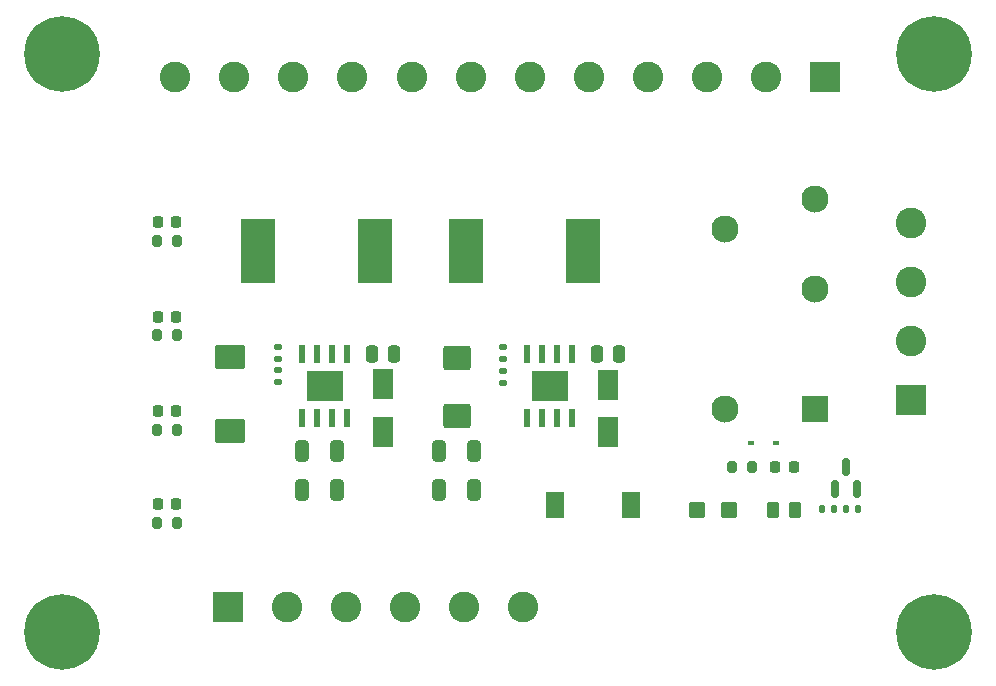
<source format=gts>
G04 #@! TF.GenerationSoftware,KiCad,Pcbnew,7.0.1*
G04 #@! TF.CreationDate,2023-12-04T13:47:49-08:00*
G04 #@! TF.ProjectId,GReX_Power,47526558-5f50-46f7-9765-722e6b696361,2*
G04 #@! TF.SameCoordinates,Original*
G04 #@! TF.FileFunction,Soldermask,Top*
G04 #@! TF.FilePolarity,Negative*
%FSLAX46Y46*%
G04 Gerber Fmt 4.6, Leading zero omitted, Abs format (unit mm)*
G04 Created by KiCad (PCBNEW 7.0.1) date 2023-12-04 13:47:49*
%MOMM*%
%LPD*%
G01*
G04 APERTURE LIST*
G04 Aperture macros list*
%AMRoundRect*
0 Rectangle with rounded corners*
0 $1 Rounding radius*
0 $2 $3 $4 $5 $6 $7 $8 $9 X,Y pos of 4 corners*
0 Add a 4 corners polygon primitive as box body*
4,1,4,$2,$3,$4,$5,$6,$7,$8,$9,$2,$3,0*
0 Add four circle primitives for the rounded corners*
1,1,$1+$1,$2,$3*
1,1,$1+$1,$4,$5*
1,1,$1+$1,$6,$7*
1,1,$1+$1,$8,$9*
0 Add four rect primitives between the rounded corners*
20,1,$1+$1,$2,$3,$4,$5,0*
20,1,$1+$1,$4,$5,$6,$7,0*
20,1,$1+$1,$6,$7,$8,$9,0*
20,1,$1+$1,$8,$9,$2,$3,0*%
G04 Aperture macros list end*
%ADD10RoundRect,0.250000X0.325000X0.650000X-0.325000X0.650000X-0.325000X-0.650000X0.325000X-0.650000X0*%
%ADD11R,2.600000X2.600000*%
%ADD12C,2.600000*%
%ADD13R,0.600000X0.450000*%
%ADD14RoundRect,0.150000X0.150000X-0.587500X0.150000X0.587500X-0.150000X0.587500X-0.150000X-0.587500X0*%
%ADD15RoundRect,0.135000X0.135000X0.185000X-0.135000X0.185000X-0.135000X-0.185000X0.135000X-0.185000X0*%
%ADD16RoundRect,0.218750X0.218750X0.256250X-0.218750X0.256250X-0.218750X-0.256250X0.218750X-0.256250X0*%
%ADD17C,3.600000*%
%ADD18C,6.400000*%
%ADD19RoundRect,0.135000X-0.185000X0.135000X-0.185000X-0.135000X0.185000X-0.135000X0.185000X0.135000X0*%
%ADD20RoundRect,0.250000X-0.450000X-0.425000X0.450000X-0.425000X0.450000X0.425000X-0.450000X0.425000X0*%
%ADD21R,2.900000X5.400000*%
%ADD22R,0.600000X1.550000*%
%ADD23R,3.100000X2.600000*%
%ADD24RoundRect,0.200000X0.200000X0.275000X-0.200000X0.275000X-0.200000X-0.275000X0.200000X-0.275000X0*%
%ADD25R,1.500000X2.200000*%
%ADD26RoundRect,0.200000X-0.200000X-0.275000X0.200000X-0.275000X0.200000X0.275000X-0.200000X0.275000X0*%
%ADD27RoundRect,0.250000X-0.262500X-0.450000X0.262500X-0.450000X0.262500X0.450000X-0.262500X0.450000X0*%
%ADD28R,1.800000X2.500000*%
%ADD29R,2.300000X2.300000*%
%ADD30C,2.300000*%
%ADD31RoundRect,0.250000X-0.250000X-0.475000X0.250000X-0.475000X0.250000X0.475000X-0.250000X0.475000X0*%
%ADD32RoundRect,0.250000X-1.025000X0.787500X-1.025000X-0.787500X1.025000X-0.787500X1.025000X0.787500X0*%
%ADD33RoundRect,0.135000X-0.135000X-0.185000X0.135000X-0.185000X0.135000X0.185000X-0.135000X0.185000X0*%
%ADD34RoundRect,0.250000X-0.925000X0.787500X-0.925000X-0.787500X0.925000X-0.787500X0.925000X0.787500X0*%
G04 APERTURE END LIST*
D10*
X153900000Y-107850000D03*
X150950000Y-107850000D03*
D11*
X144692000Y-121092000D03*
D12*
X149692000Y-121092000D03*
X154692000Y-121092000D03*
X159692000Y-121092000D03*
X164692000Y-121092000D03*
X169692000Y-121092000D03*
D11*
X202538000Y-103580000D03*
D12*
X202538000Y-98580000D03*
X202538000Y-93580000D03*
X202538000Y-88580000D03*
D10*
X165532000Y-111177500D03*
X162582000Y-111177500D03*
D13*
X188972000Y-107249000D03*
X191072000Y-107249000D03*
D14*
X196072000Y-111124000D03*
X197972000Y-111124000D03*
X197022000Y-109249000D03*
D15*
X198052000Y-112774000D03*
X197032000Y-112774000D03*
D16*
X140312500Y-104500000D03*
X138737500Y-104500000D03*
X140312500Y-88500000D03*
X138737500Y-88500000D03*
D17*
X130600000Y-74300000D03*
D18*
X130600000Y-74300000D03*
D19*
X167994000Y-99119000D03*
X167994000Y-100139000D03*
D20*
X184432000Y-112854000D03*
X187132000Y-112854000D03*
D21*
X157150000Y-90993000D03*
X147250000Y-90993000D03*
D17*
X204500000Y-123200000D03*
D18*
X204500000Y-123200000D03*
D10*
X165532000Y-107884000D03*
X162582000Y-107884000D03*
D22*
X173836000Y-99690000D03*
X172566000Y-99690000D03*
X171296000Y-99690000D03*
X170026000Y-99690000D03*
X170026000Y-105090000D03*
X171296000Y-105090000D03*
X172566000Y-105090000D03*
X173836000Y-105090000D03*
D23*
X171931000Y-102390000D03*
D24*
X140350000Y-114000000D03*
X138700000Y-114000000D03*
X140350000Y-90100000D03*
X138700000Y-90100000D03*
D25*
X172414000Y-112456000D03*
X178814000Y-112456000D03*
D24*
X140350000Y-98100000D03*
X138700000Y-98100000D03*
D17*
X204500000Y-74300000D03*
D18*
X204500000Y-74300000D03*
D11*
X195233000Y-76261000D03*
D12*
X190233000Y-76261000D03*
X185233000Y-76261000D03*
X180233000Y-76261000D03*
X175233000Y-76261000D03*
X170233000Y-76261000D03*
X165233000Y-76261000D03*
X160233000Y-76261000D03*
X155233000Y-76261000D03*
X150233000Y-76261000D03*
X145233000Y-76261000D03*
X140233000Y-76261000D03*
D22*
X154808000Y-99700000D03*
X153538000Y-99700000D03*
X152268000Y-99700000D03*
X150998000Y-99700000D03*
X150998000Y-105100000D03*
X152268000Y-105100000D03*
X153538000Y-105100000D03*
X154808000Y-105100000D03*
D23*
X152903000Y-102400000D03*
D26*
X187409500Y-109249000D03*
X189059500Y-109249000D03*
D19*
X167994000Y-101112500D03*
X167994000Y-102132500D03*
D10*
X153900000Y-111150000D03*
X150950000Y-111150000D03*
D16*
X140312500Y-112400000D03*
X138737500Y-112400000D03*
D27*
X190862000Y-112854000D03*
X192687000Y-112854000D03*
D19*
X148944000Y-99090000D03*
X148944000Y-100110000D03*
D28*
X157850000Y-106250000D03*
X157850000Y-102250000D03*
D29*
X194410000Y-104328000D03*
D30*
X194410000Y-94168000D03*
X194410000Y-86548000D03*
X186790000Y-89088000D03*
X186790000Y-104328000D03*
D31*
X175934000Y-99702500D03*
X177834000Y-99702500D03*
D16*
X140312500Y-96500000D03*
X138737500Y-96500000D03*
D31*
X156850000Y-99650000D03*
X158750000Y-99650000D03*
D24*
X140350000Y-106100000D03*
X138700000Y-106100000D03*
D32*
X144880000Y-99945500D03*
X144880000Y-106170500D03*
D19*
X148944000Y-101040000D03*
X148944000Y-102060000D03*
D28*
X176884000Y-106302500D03*
X176884000Y-102302500D03*
D16*
X192597000Y-109249000D03*
X191022000Y-109249000D03*
D21*
X174722000Y-90993000D03*
X164822000Y-90993000D03*
D33*
X195022000Y-112774000D03*
X196042000Y-112774000D03*
D34*
X164057000Y-100002500D03*
X164057000Y-104927500D03*
D17*
X130600000Y-123200000D03*
D18*
X130600000Y-123200000D03*
M02*

</source>
